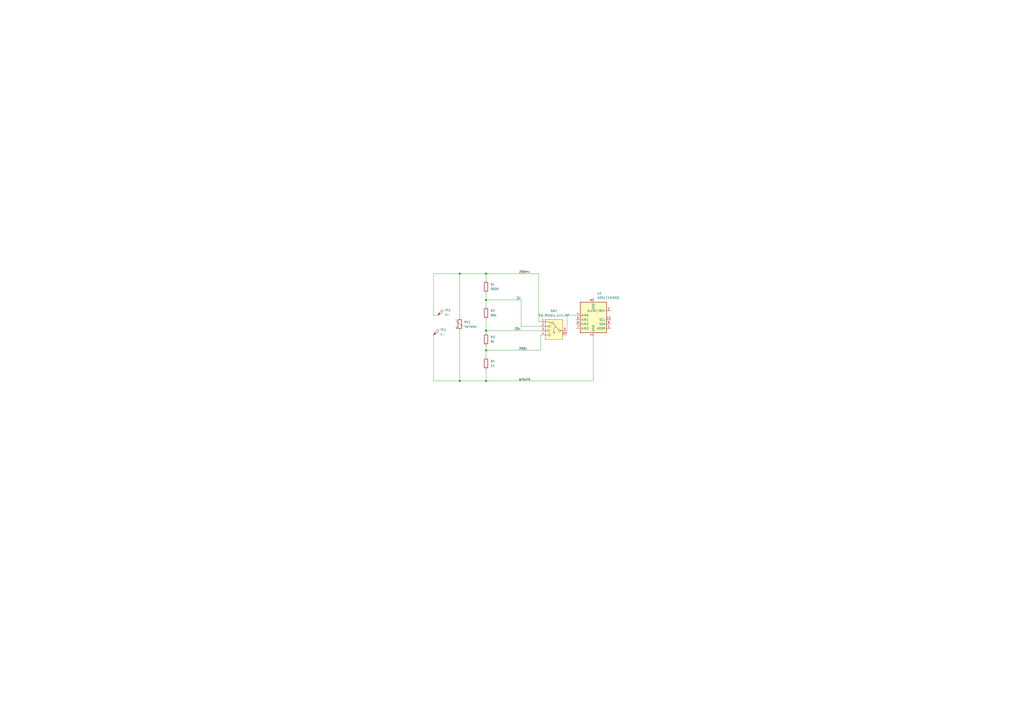
<source format=kicad_sch>
(kicad_sch (version 20231120) (generator "eeschema") (generator_version "8.0")
  (paper "A2")
  (lib_symbols
    (symbol "Analog_ADC:ADS1115IDGS"
      (property "Reference" "U" (at 2.54 13.97 0))
      (property "Value" "ADS1115IDGS" (at 7.62 11.43 0))
      (symbol "ADS1115IDGS_0_1"
        (rectangle (start -7.62 10.16) (end 7.62 -7.62) (stroke (width 0.254)) (fill (type background)))
      )
      (symbol "ADS1115IDGS_1_1"
        (pin input line (at 10.16 -5.08 180) (length 2.54) (name "ADDR") (number "1"))
        (pin input line (at 10.16 0 180) (length 2.54) (name "SCL") (number "10"))
        (pin output line (at 10.16 5.08 180) (length 2.54) (name "ALERT/RDY") (number "2"))
        (pin power_in line (at 0 -10.16 90) (length 2.54) (name "GND") (number "3"))
        (pin input line (at -10.16 2.54 0) (length 2.54) (name "AIN0") (number "4"))
        (pin input line (at -10.16 0 0) (length 2.54) (name "AIN1") (number "5"))
        (pin input line (at -10.16 -2.54 0) (length 2.54) (name "AIN2") (number "6"))
        (pin input line (at -10.16 -5.08 0) (length 2.54) (name "AIN3") (number "7"))
        (pin power_in line (at 0 12.7 270) (length 2.54) (name "VDD") (number "8"))
        (pin bidirectional line (at 10.16 -2.54 180) (length 2.54) (name "SDA") (number "9"))
      )
    )
    (symbol "Connector:TestPoint_Probe" (pin_numbers hide) (pin_names (offset 0.762) hide)
      (property "Reference" "TP" (at 1.651 5.842 0))
      (property "Value" "TestPoint_Probe" (at 1.651 4.064 0))
      (symbol "TestPoint_Probe_0_1"
        (polyline (pts (xy 1.27 0.762) (xy 0 0) (xy 0.762 1.27) (xy 1.27 0.762)) (fill (type outline)))
        (polyline (pts (xy 1.397 0.635) (xy 0.635 1.397) (xy 2.413 3.175) (xy 3.175 2.413) (xy 1.397 0.635)) (fill (type background)))
      )
      (symbol "TestPoint_Probe_1_1"
        (pin passive line (at 0 0 90) (length 0) (name "1") (number "1"))
      )
    )
    (symbol "Device:R" (pin_numbers hide) (pin_names (offset 0))
      (property "Reference" "R" (at 2.032 0 90))
      (property "Value" "R" (at 0 0 90))
      (symbol "R_0_1"
        (rectangle (start -1.016 -2.54) (end 1.016 2.54) (stroke (width 0.254)))
      )
      (symbol "R_1_1"
        (pin passive line (at 0 3.81 270) (length 1.27) (name "~") (number "1"))
        (pin passive line (at 0 -3.81 90) (length 1.27) (name "~") (number "2"))
      )
    )
    (symbol "Device:Varistor" (pin_numbers hide) (pin_names (offset 0))
      (property "Reference" "RV" (at 3.175 0 90))
      (property "Value" "Varistor" (at -3.175 0 90))
      (symbol "Varistor_0_0"
        (text "U" (at -1.778 -2.032 0) (effects (font (size 1.27 1.27))))
      )
      (symbol "Varistor_0_1"
        (rectangle (start -1.016 -2.54) (end 1.016 2.54) (stroke (width 0.254)))
        (polyline (pts (xy -1.905 2.54) (xy -1.905 1.27) (xy 1.905 -1.27)))
      )
      (symbol "Varistor_1_1"
        (pin passive line (at 0 3.81 270) (length 1.27) (name "~") (number "1"))
        (pin passive line (at 0 -3.81 90) (length 1.27) (name "~") (number "2"))
      )
    )
    (symbol "Switch:SW_Rotary_1x4_MP" (pin_names hide)
      (property "Reference" "SW" (at 0 7.62 0))
      (property "Value" "SW_Rotary_1x4_MP" (at 8.89 -6.35 0))
      (symbol "SW_Rotary_1x4_MP_0_1"
        (circle (center -3.175 0) (radius 0.635))
        (arc (start -0.3176 -1.5875) (mid 0.154 0.449) (end -0.9526 2.2225))
        (polyline (pts (xy -5.08 0) (xy -3.81 0)))
        (polyline (pts (xy -2.7432 0.508) (xy 0.2032 3.9624)))
        (polyline (pts (xy -0.3176 -1.5875) (xy -0.3176 -1.5875)))
        (polyline (pts (xy -0.3176 -1.5875) (xy -0.3176 -0.6985)))
        (polyline (pts (xy -0.3176 -1.5875) (xy 0.4444 -1.0795)))
        (polyline (pts (xy 0.3174 -1.5875) (xy 0.3174 -1.5875)))
        (polyline (pts (xy 5.08 -2.54) (xy 3.175 -2.54)))
        (polyline (pts (xy 5.08 0) (xy 3.81 0)))
        (polyline (pts (xy 5.08 2.54) (xy 3.175 2.54)))
        (polyline (pts (xy 5.08 5.08) (xy 2.54 5.08) (xy 2.54 4.445) (xy 1.27 4.445)))
        (circle (center 0.635 4.445) (radius 0.635))
        (circle (center 2.54 -2.54) (radius 0.635))
        (circle (center 2.54 2.54) (radius 0.635))
        (circle (center 3.175 0) (radius 0.635))
      )
      (symbol "SW_Rotary_1x4_MP_1_1"
        (polyline (pts (xy -5.08 6.35) (xy 5.08 6.35) (xy 5.08 -5.08) (xy -5.08 -5.08) (xy -5.08 6.35) (xy -5.08 6.35)) (fill (type background)))
        (pin passive line (at 7.62 5.08 180) (length 2.54) (name "") (number "1"))
        (pin passive line (at 7.62 2.54 180) (length 2.54) (name "") (number "2"))
        (pin passive line (at 7.62 0 180) (length 2.54) (name "") (number "3"))
        (pin passive line (at 7.62 -2.54 180) (length 2.54) (name "") (number "4"))
        (pin passive line (at -7.62 0 0) (length 2.54) (name "") (number "5"))
        (pin passive line (at -7.62 -2.54 0) (length 2.54) (name "") (number "MP"))
      )
    )
  )
  (junction (at 281.94 220.98))
  (junction (at 281.94 203.2))
  (junction (at 281.94 173.99))
  (junction (at 281.94 158.75))
  (junction (at 266.7 158.75))
  (junction (at 281.94 191.77))
  (junction (at 266.7 220.98))
  (wire (pts (xy 266.7 158.75) (xy 281.94 158.75)))
  (wire (pts (xy 302.26 189.23) (xy 302.26 173.99)))
  (wire (pts (xy 281.94 200.66) (xy 281.94 203.2)))
  (wire (pts (xy 313.69 191.77) (xy 281.94 191.77)))
  (wire (pts (xy 281.94 203.2) (xy 281.94 207.01)))
  (wire (pts (xy 312.42 158.75) (xy 281.94 158.75)))
  (wire (pts (xy 328.93 182.88) (xy 328.93 191.77)))
  (wire (pts (xy 312.42 186.69) (xy 312.42 158.75)))
  (wire (pts (xy 281.94 173.99) (xy 281.94 177.8)))
  (wire (pts (xy 281.94 185.42) (xy 281.94 191.77)))
  (wire (pts (xy 281.94 220.98) (xy 266.7 220.98)))
  (wire (pts (xy 313.69 194.31) (xy 313.69 203.2)))
  (wire (pts (xy 251.46 182.88) (xy 254 182.88)))
  (wire (pts (xy 281.94 158.75) (xy 281.94 162.56)))
  (wire (pts (xy 281.94 170.18) (xy 281.94 173.99)))
  (wire (pts (xy 302.26 173.99) (xy 281.94 173.99)))
  (wire (pts (xy 251.46 220.98) (xy 266.7 220.98)))
  (wire (pts (xy 313.69 189.23) (xy 302.26 189.23)))
  (wire (pts (xy 344.17 220.98) (xy 281.94 220.98)))
  (wire (pts (xy 313.69 203.2) (xy 281.94 203.2)))
  (wire (pts (xy 281.94 214.63) (xy 281.94 220.98)))
  (wire (pts (xy 344.17 195.58) (xy 344.17 220.98)))
  (wire (pts (xy 334.01 182.88) (xy 328.93 182.88)))
  (wire (pts (xy 281.94 191.77) (xy 281.94 193.04)))
  (wire (pts (xy 251.46 158.75) (xy 266.7 158.75)))
  (wire (pts (xy 266.7 158.75) (xy 266.7 184.15)))
  (wire (pts (xy 251.46 182.88) (xy 251.46 158.75)))
  (wire (pts (xy 266.7 191.77) (xy 266.7 220.98)))
  (wire (pts (xy 313.69 186.69) (xy 312.42 186.69)))
  (wire (pts (xy 251.46 194.31) (xy 251.46 220.98)))
  (label "20v" (at 298.45 191.77 0))
  (label "200mv" (at 300.99 158.75 0))
  (label "ground" (at 300.99 220.98 0))
  (label "200v" (at 300.99 203.2 0))
  (label "2v" (at 299.72 173.99 0))
  (symbol (lib_id "Analog_ADC:ADS1115IDGS") (at 344.17 185.42 0) (unit 1)
    (property "Reference" "U1" (at 346.3641 170.18 0) (effects (justify left)))
    (property "Value" "ADS1115IDGS" (at 346.3641 172.72 0) (effects (justify left)))
    (property "Footprint" "Package_SO:TSSOP-10_3x3mm_P0.5mm" (effects (hide yes)))
    (property "Datasheet" "http://www.ti.com/lit/ds/symlink/ads1113.pdf" (effects (hide yes)))
    (property "Description" "Ultra-Small, Low-Power, I2C-Compatible, 860-SPS, 16-Bit ADCs With Internal Reference, Oscillator, and Programmable Comparator, VSSOP-10" (effects (hide yes)))
  )
  (symbol (lib_id "Connector:TestPoint_Probe") (at 254 182.88 0) (unit 1)
    (property "Reference" "TP2" (at 257.81 180.0224 0) (effects (justify left)))
    (property "Value" "V+" (at 257.81 182.5624 0) (effects (justify left)))
    (property "Description" "test point (alternative probe-style design)" (effects (hide yes)))
  )
  (symbol (lib_id "Device:R") (at 281.94 196.85 0) (unit 1)
    (property "Reference" "R3" (at 284.48 195.5799 0) (effects (justify left)))
    (property "Value" "9k" (at 284.48 198.1199 0) (effects (justify left)))
    (property "Description" "Resistor" (effects (hide yes)))
  )
  (symbol (lib_id "Switch:SW_Rotary_1x4_MP") (at 321.31 191.77 0) (mirror y) (unit 1)
    (property "Reference" "SW1" (at 321.31 180.34 0))
    (property "Value" "SW_Rotary_1x4_MP" (at 321.31 182.88 0))
    (property "Description" "Rotary switch 1x4, SP4T with mount point " (effects (hide yes)))
  )
  (symbol (lib_id "Device:Varistor") (at 266.7 187.96 0) (unit 1)
    (property "Reference" "RV1" (at 269.24 186.8832 0) (effects (justify left)))
    (property "Value" "Varistor" (at 269.24 189.4232 0) (effects (justify left)))
    (property "Description" "Voltage dependent resistor" (effects (hide yes)))
    (property "Sim.Name" "kicad_builtin_varistor" (effects (hide yes)))
    (property "Sim.Device" "SUBCKT" (effects (hide yes)))
    (property "Sim.Pins" "1=A 2=B" (effects (hide yes)))
    (property "Sim.Params" "threshold=1k" (effects (hide yes)))
    (property "Sim.Library" "${KICAD7_SYMBOL_DIR}/Simulation_SPICE.sp" (effects (hide yes)))
  )
  (symbol (lib_id "Device:R") (at 281.94 210.82 0) (unit 1)
    (property "Reference" "R4" (at 284.48 209.5499 0) (effects (justify left)))
    (property "Value" "1k" (at 284.48 212.0899 0) (effects (justify left)))
    (property "Description" "Resistor" (effects (hide yes)))
  )
  (symbol (lib_id "Connector:TestPoint_Probe") (at 251.46 194.31 0) (unit 1)
    (property "Reference" "TP1" (at 255.27 191.4524 0) (effects (justify left)))
    (property "Value" "V-" (at 255.27 193.9924 0) (effects (justify left)))
    (property "Description" "test point (alternative probe-style design)" (effects (hide yes)))
  )
  (symbol (lib_id "Device:R") (at 281.94 166.37 0) (unit 1)
    (property "Reference" "R1" (at 284.48 165.0999 0) (effects (justify left)))
    (property "Value" "900K" (at 284.48 167.6399 0) (effects (justify left)))
    (property "Description" "Resistor" (effects (hide yes)))
  )
  (symbol (lib_id "Device:R") (at 281.94 181.61 0) (unit 1)
    (property "Reference" "R2" (at 284.48 180.3399 0) (effects (justify left)))
    (property "Value" "90k" (at 284.48 182.8799 0) (effects (justify left)))
    (property "Description" "Resistor" (effects (hide yes)))
  )
)
</source>
